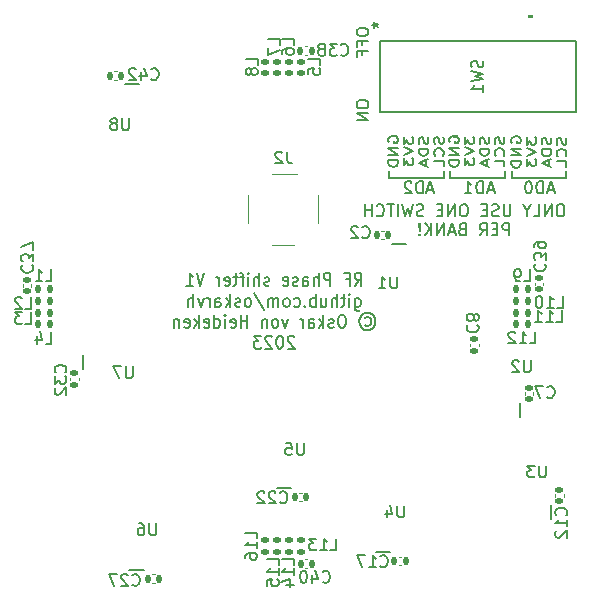
<source format=gbo>
G04 #@! TF.GenerationSoftware,KiCad,Pcbnew,(6.0.2)*
G04 #@! TF.CreationDate,2023-11-23T16:59:36-08:00*
G04 #@! TF.ProjectId,phase_shifter_v1,70686173-655f-4736-9869-667465725f76,rev?*
G04 #@! TF.SameCoordinates,Original*
G04 #@! TF.FileFunction,Legend,Bot*
G04 #@! TF.FilePolarity,Positive*
%FSLAX46Y46*%
G04 Gerber Fmt 4.6, Leading zero omitted, Abs format (unit mm)*
G04 Created by KiCad (PCBNEW (6.0.2)) date 2023-11-23 16:59:36*
%MOMM*%
%LPD*%
G01*
G04 APERTURE LIST*
G04 Aperture macros list*
%AMRoundRect*
0 Rectangle with rounded corners*
0 $1 Rounding radius*
0 $2 $3 $4 $5 $6 $7 $8 $9 X,Y pos of 4 corners*
0 Add a 4 corners polygon primitive as box body*
4,1,4,$2,$3,$4,$5,$6,$7,$8,$9,$2,$3,0*
0 Add four circle primitives for the rounded corners*
1,1,$1+$1,$2,$3*
1,1,$1+$1,$4,$5*
1,1,$1+$1,$6,$7*
1,1,$1+$1,$8,$9*
0 Add four rect primitives between the rounded corners*
20,1,$1+$1,$2,$3,$4,$5,0*
20,1,$1+$1,$4,$5,$6,$7,0*
20,1,$1+$1,$6,$7,$8,$9,0*
20,1,$1+$1,$8,$9,$2,$3,0*%
G04 Aperture macros list end*
%ADD10C,0.160000*%
%ADD11C,0.150000*%
%ADD12C,0.200000*%
%ADD13C,0.120000*%
%ADD14C,0.152400*%
%ADD15C,0.100000*%
%ADD16R,1.700000X1.700000*%
%ADD17O,1.700000X1.700000*%
%ADD18RoundRect,0.147500X-0.147500X-0.172500X0.147500X-0.172500X0.147500X0.172500X-0.147500X0.172500X0*%
%ADD19R,1.200000X0.400000*%
%ADD20RoundRect,0.147500X0.172500X-0.147500X0.172500X0.147500X-0.172500X0.147500X-0.172500X-0.147500X0*%
%ADD21RoundRect,0.140000X-0.170000X0.140000X-0.170000X-0.140000X0.170000X-0.140000X0.170000X0.140000X0*%
%ADD22RoundRect,0.147500X-0.172500X0.147500X-0.172500X-0.147500X0.172500X-0.147500X0.172500X0.147500X0*%
%ADD23RoundRect,0.140000X-0.140000X-0.170000X0.140000X-0.170000X0.140000X0.170000X-0.140000X0.170000X0*%
%ADD24RoundRect,0.140000X0.140000X0.170000X-0.140000X0.170000X-0.140000X-0.170000X0.140000X-0.170000X0*%
%ADD25RoundRect,0.140000X0.170000X-0.140000X0.170000X0.140000X-0.170000X0.140000X-0.170000X-0.140000X0*%
%ADD26RoundRect,0.147500X0.147500X0.172500X-0.147500X0.172500X-0.147500X-0.172500X0.147500X-0.172500X0*%
%ADD27R,0.400000X1.200000*%
%ADD28R,0.508000X1.219200*%
%ADD29C,1.800000*%
%ADD30C,2.550000*%
G04 APERTURE END LIST*
D10*
X174350000Y-65550000D02*
X174350000Y-66100000D01*
X179000000Y-66100000D02*
X179000000Y-65550000D01*
X163950000Y-65550000D02*
X163950000Y-66100000D01*
X174350000Y-66100000D02*
X179000000Y-66100000D01*
X173800000Y-66100000D02*
X173800000Y-65550000D01*
X163950000Y-66100000D02*
X168600000Y-66100000D01*
X168600000Y-66100000D02*
X168600000Y-65550000D01*
X169150000Y-66100000D02*
X173800000Y-66100000D01*
X169150000Y-65550000D02*
X169150000Y-66100000D01*
D11*
X163968000Y-63088095D02*
X163929904Y-62992857D01*
X163929904Y-62850000D01*
X163968000Y-62707142D01*
X164044190Y-62611904D01*
X164120380Y-62564285D01*
X164272761Y-62516666D01*
X164387047Y-62516666D01*
X164539428Y-62564285D01*
X164615619Y-62611904D01*
X164691809Y-62707142D01*
X164729904Y-62850000D01*
X164729904Y-62945238D01*
X164691809Y-63088095D01*
X164653714Y-63135714D01*
X164387047Y-63135714D01*
X164387047Y-62945238D01*
X164729904Y-63564285D02*
X163929904Y-63564285D01*
X164729904Y-64135714D01*
X163929904Y-64135714D01*
X164729904Y-64611904D02*
X163929904Y-64611904D01*
X163929904Y-64850000D01*
X163968000Y-64992857D01*
X164044190Y-65088095D01*
X164120380Y-65135714D01*
X164272761Y-65183333D01*
X164387047Y-65183333D01*
X164539428Y-65135714D01*
X164615619Y-65088095D01*
X164691809Y-64992857D01*
X164729904Y-64850000D01*
X164729904Y-64611904D01*
X165217904Y-62611904D02*
X165217904Y-63230952D01*
X165522666Y-62897619D01*
X165522666Y-63040476D01*
X165560761Y-63135714D01*
X165598857Y-63183333D01*
X165675047Y-63230952D01*
X165865523Y-63230952D01*
X165941714Y-63183333D01*
X165979809Y-63135714D01*
X166017904Y-63040476D01*
X166017904Y-62754761D01*
X165979809Y-62659523D01*
X165941714Y-62611904D01*
X165217904Y-63516666D02*
X166017904Y-63850000D01*
X165217904Y-64183333D01*
X165217904Y-64421428D02*
X165217904Y-65040476D01*
X165522666Y-64707142D01*
X165522666Y-64850000D01*
X165560761Y-64945238D01*
X165598857Y-64992857D01*
X165675047Y-65040476D01*
X165865523Y-65040476D01*
X165941714Y-64992857D01*
X165979809Y-64945238D01*
X166017904Y-64850000D01*
X166017904Y-64564285D01*
X165979809Y-64469047D01*
X165941714Y-64421428D01*
X167267809Y-62635714D02*
X167305904Y-62778571D01*
X167305904Y-63016666D01*
X167267809Y-63111904D01*
X167229714Y-63159523D01*
X167153523Y-63207142D01*
X167077333Y-63207142D01*
X167001142Y-63159523D01*
X166963047Y-63111904D01*
X166924952Y-63016666D01*
X166886857Y-62826190D01*
X166848761Y-62730952D01*
X166810666Y-62683333D01*
X166734476Y-62635714D01*
X166658285Y-62635714D01*
X166582095Y-62683333D01*
X166544000Y-62730952D01*
X166505904Y-62826190D01*
X166505904Y-63064285D01*
X166544000Y-63207142D01*
X167305904Y-63635714D02*
X166505904Y-63635714D01*
X166505904Y-63873809D01*
X166544000Y-64016666D01*
X166620190Y-64111904D01*
X166696380Y-64159523D01*
X166848761Y-64207142D01*
X166963047Y-64207142D01*
X167115428Y-64159523D01*
X167191619Y-64111904D01*
X167267809Y-64016666D01*
X167305904Y-63873809D01*
X167305904Y-63635714D01*
X167077333Y-64588095D02*
X167077333Y-65064285D01*
X167305904Y-64492857D02*
X166505904Y-64826190D01*
X167305904Y-65159523D01*
X168555809Y-62659523D02*
X168593904Y-62802380D01*
X168593904Y-63040476D01*
X168555809Y-63135714D01*
X168517714Y-63183333D01*
X168441523Y-63230952D01*
X168365333Y-63230952D01*
X168289142Y-63183333D01*
X168251047Y-63135714D01*
X168212952Y-63040476D01*
X168174857Y-62850000D01*
X168136761Y-62754761D01*
X168098666Y-62707142D01*
X168022476Y-62659523D01*
X167946285Y-62659523D01*
X167870095Y-62707142D01*
X167832000Y-62754761D01*
X167793904Y-62850000D01*
X167793904Y-63088095D01*
X167832000Y-63230952D01*
X168517714Y-64230952D02*
X168555809Y-64183333D01*
X168593904Y-64040476D01*
X168593904Y-63945238D01*
X168555809Y-63802380D01*
X168479619Y-63707142D01*
X168403428Y-63659523D01*
X168251047Y-63611904D01*
X168136761Y-63611904D01*
X167984380Y-63659523D01*
X167908190Y-63707142D01*
X167832000Y-63802380D01*
X167793904Y-63945238D01*
X167793904Y-64040476D01*
X167832000Y-64183333D01*
X167870095Y-64230952D01*
X168593904Y-65135714D02*
X168593904Y-64659523D01*
X167793904Y-64659523D01*
D10*
X172814285Y-67116666D02*
X172338095Y-67116666D01*
X172909523Y-67402380D02*
X172576190Y-66402380D01*
X172242857Y-67402380D01*
X171909523Y-67402380D02*
X171909523Y-66402380D01*
X171671428Y-66402380D01*
X171528571Y-66450000D01*
X171433333Y-66545238D01*
X171385714Y-66640476D01*
X171338095Y-66830952D01*
X171338095Y-66973809D01*
X171385714Y-67164285D01*
X171433333Y-67259523D01*
X171528571Y-67354761D01*
X171671428Y-67402380D01*
X171909523Y-67402380D01*
X170385714Y-67402380D02*
X170957142Y-67402380D01*
X170671428Y-67402380D02*
X170671428Y-66402380D01*
X170766666Y-66545238D01*
X170861904Y-66640476D01*
X170957142Y-66688095D01*
D12*
X161059523Y-75241119D02*
X161392857Y-74717309D01*
X161630952Y-75241119D02*
X161630952Y-74141119D01*
X161250000Y-74141119D01*
X161154761Y-74193500D01*
X161107142Y-74245880D01*
X161059523Y-74350642D01*
X161059523Y-74507785D01*
X161107142Y-74612547D01*
X161154761Y-74664928D01*
X161250000Y-74717309D01*
X161630952Y-74717309D01*
X160297619Y-74664928D02*
X160630952Y-74664928D01*
X160630952Y-75241119D02*
X160630952Y-74141119D01*
X160154761Y-74141119D01*
X159011904Y-75241119D02*
X159011904Y-74141119D01*
X158630952Y-74141119D01*
X158535714Y-74193500D01*
X158488095Y-74245880D01*
X158440476Y-74350642D01*
X158440476Y-74507785D01*
X158488095Y-74612547D01*
X158535714Y-74664928D01*
X158630952Y-74717309D01*
X159011904Y-74717309D01*
X158011904Y-75241119D02*
X158011904Y-74141119D01*
X157583333Y-75241119D02*
X157583333Y-74664928D01*
X157630952Y-74560166D01*
X157726190Y-74507785D01*
X157869047Y-74507785D01*
X157964285Y-74560166D01*
X158011904Y-74612547D01*
X156678571Y-75241119D02*
X156678571Y-74664928D01*
X156726190Y-74560166D01*
X156821428Y-74507785D01*
X157011904Y-74507785D01*
X157107142Y-74560166D01*
X156678571Y-75188738D02*
X156773809Y-75241119D01*
X157011904Y-75241119D01*
X157107142Y-75188738D01*
X157154761Y-75083976D01*
X157154761Y-74979214D01*
X157107142Y-74874452D01*
X157011904Y-74822071D01*
X156773809Y-74822071D01*
X156678571Y-74769690D01*
X156250000Y-75188738D02*
X156154761Y-75241119D01*
X155964285Y-75241119D01*
X155869047Y-75188738D01*
X155821428Y-75083976D01*
X155821428Y-75031595D01*
X155869047Y-74926833D01*
X155964285Y-74874452D01*
X156107142Y-74874452D01*
X156202380Y-74822071D01*
X156250000Y-74717309D01*
X156250000Y-74664928D01*
X156202380Y-74560166D01*
X156107142Y-74507785D01*
X155964285Y-74507785D01*
X155869047Y-74560166D01*
X155011904Y-75188738D02*
X155107142Y-75241119D01*
X155297619Y-75241119D01*
X155392857Y-75188738D01*
X155440476Y-75083976D01*
X155440476Y-74664928D01*
X155392857Y-74560166D01*
X155297619Y-74507785D01*
X155107142Y-74507785D01*
X155011904Y-74560166D01*
X154964285Y-74664928D01*
X154964285Y-74769690D01*
X155440476Y-74874452D01*
X153821428Y-75188738D02*
X153726190Y-75241119D01*
X153535714Y-75241119D01*
X153440476Y-75188738D01*
X153392857Y-75083976D01*
X153392857Y-75031595D01*
X153440476Y-74926833D01*
X153535714Y-74874452D01*
X153678571Y-74874452D01*
X153773809Y-74822071D01*
X153821428Y-74717309D01*
X153821428Y-74664928D01*
X153773809Y-74560166D01*
X153678571Y-74507785D01*
X153535714Y-74507785D01*
X153440476Y-74560166D01*
X152964285Y-75241119D02*
X152964285Y-74141119D01*
X152535714Y-75241119D02*
X152535714Y-74664928D01*
X152583333Y-74560166D01*
X152678571Y-74507785D01*
X152821428Y-74507785D01*
X152916666Y-74560166D01*
X152964285Y-74612547D01*
X152059523Y-75241119D02*
X152059523Y-74507785D01*
X152059523Y-74141119D02*
X152107142Y-74193500D01*
X152059523Y-74245880D01*
X152011904Y-74193500D01*
X152059523Y-74141119D01*
X152059523Y-74245880D01*
X151726190Y-74507785D02*
X151345238Y-74507785D01*
X151583333Y-75241119D02*
X151583333Y-74298261D01*
X151535714Y-74193500D01*
X151440476Y-74141119D01*
X151345238Y-74141119D01*
X151154761Y-74507785D02*
X150773809Y-74507785D01*
X151011904Y-74141119D02*
X151011904Y-75083976D01*
X150964285Y-75188738D01*
X150869047Y-75241119D01*
X150773809Y-75241119D01*
X150059523Y-75188738D02*
X150154761Y-75241119D01*
X150345238Y-75241119D01*
X150440476Y-75188738D01*
X150488095Y-75083976D01*
X150488095Y-74664928D01*
X150440476Y-74560166D01*
X150345238Y-74507785D01*
X150154761Y-74507785D01*
X150059523Y-74560166D01*
X150011904Y-74664928D01*
X150011904Y-74769690D01*
X150488095Y-74874452D01*
X149583333Y-75241119D02*
X149583333Y-74507785D01*
X149583333Y-74717309D02*
X149535714Y-74612547D01*
X149488095Y-74560166D01*
X149392857Y-74507785D01*
X149297619Y-74507785D01*
X148345238Y-74141119D02*
X148011904Y-75241119D01*
X147678571Y-74141119D01*
X146821428Y-75241119D02*
X147392857Y-75241119D01*
X147107142Y-75241119D02*
X147107142Y-74141119D01*
X147202380Y-74298261D01*
X147297619Y-74403023D01*
X147392857Y-74455404D01*
X161083333Y-76278785D02*
X161083333Y-77169261D01*
X161130952Y-77274023D01*
X161178571Y-77326404D01*
X161273809Y-77378785D01*
X161416666Y-77378785D01*
X161511904Y-77326404D01*
X161083333Y-76959738D02*
X161178571Y-77012119D01*
X161369047Y-77012119D01*
X161464285Y-76959738D01*
X161511904Y-76907357D01*
X161559523Y-76802595D01*
X161559523Y-76488309D01*
X161511904Y-76383547D01*
X161464285Y-76331166D01*
X161369047Y-76278785D01*
X161178571Y-76278785D01*
X161083333Y-76331166D01*
X160607142Y-77012119D02*
X160607142Y-76278785D01*
X160607142Y-75912119D02*
X160654761Y-75964500D01*
X160607142Y-76016880D01*
X160559523Y-75964500D01*
X160607142Y-75912119D01*
X160607142Y-76016880D01*
X160273809Y-76278785D02*
X159892857Y-76278785D01*
X160130952Y-75912119D02*
X160130952Y-76854976D01*
X160083333Y-76959738D01*
X159988095Y-77012119D01*
X159892857Y-77012119D01*
X159559523Y-77012119D02*
X159559523Y-75912119D01*
X159130952Y-77012119D02*
X159130952Y-76435928D01*
X159178571Y-76331166D01*
X159273809Y-76278785D01*
X159416666Y-76278785D01*
X159511904Y-76331166D01*
X159559523Y-76383547D01*
X158226190Y-76278785D02*
X158226190Y-77012119D01*
X158654761Y-76278785D02*
X158654761Y-76854976D01*
X158607142Y-76959738D01*
X158511904Y-77012119D01*
X158369047Y-77012119D01*
X158273809Y-76959738D01*
X158226190Y-76907357D01*
X157750000Y-77012119D02*
X157750000Y-75912119D01*
X157750000Y-76331166D02*
X157654761Y-76278785D01*
X157464285Y-76278785D01*
X157369047Y-76331166D01*
X157321428Y-76383547D01*
X157273809Y-76488309D01*
X157273809Y-76802595D01*
X157321428Y-76907357D01*
X157369047Y-76959738D01*
X157464285Y-77012119D01*
X157654761Y-77012119D01*
X157750000Y-76959738D01*
X156845238Y-76907357D02*
X156797619Y-76959738D01*
X156845238Y-77012119D01*
X156892857Y-76959738D01*
X156845238Y-76907357D01*
X156845238Y-77012119D01*
X155940476Y-76959738D02*
X156035714Y-77012119D01*
X156226190Y-77012119D01*
X156321428Y-76959738D01*
X156369047Y-76907357D01*
X156416666Y-76802595D01*
X156416666Y-76488309D01*
X156369047Y-76383547D01*
X156321428Y-76331166D01*
X156226190Y-76278785D01*
X156035714Y-76278785D01*
X155940476Y-76331166D01*
X155369047Y-77012119D02*
X155464285Y-76959738D01*
X155511904Y-76907357D01*
X155559523Y-76802595D01*
X155559523Y-76488309D01*
X155511904Y-76383547D01*
X155464285Y-76331166D01*
X155369047Y-76278785D01*
X155226190Y-76278785D01*
X155130952Y-76331166D01*
X155083333Y-76383547D01*
X155035714Y-76488309D01*
X155035714Y-76802595D01*
X155083333Y-76907357D01*
X155130952Y-76959738D01*
X155226190Y-77012119D01*
X155369047Y-77012119D01*
X154607142Y-77012119D02*
X154607142Y-76278785D01*
X154607142Y-76383547D02*
X154559523Y-76331166D01*
X154464285Y-76278785D01*
X154321428Y-76278785D01*
X154226190Y-76331166D01*
X154178571Y-76435928D01*
X154178571Y-77012119D01*
X154178571Y-76435928D02*
X154130952Y-76331166D01*
X154035714Y-76278785D01*
X153892857Y-76278785D01*
X153797619Y-76331166D01*
X153750000Y-76435928D01*
X153750000Y-77012119D01*
X152559523Y-75859738D02*
X153416666Y-77274023D01*
X152083333Y-77012119D02*
X152178571Y-76959738D01*
X152226190Y-76907357D01*
X152273809Y-76802595D01*
X152273809Y-76488309D01*
X152226190Y-76383547D01*
X152178571Y-76331166D01*
X152083333Y-76278785D01*
X151940476Y-76278785D01*
X151845238Y-76331166D01*
X151797619Y-76383547D01*
X151750000Y-76488309D01*
X151750000Y-76802595D01*
X151797619Y-76907357D01*
X151845238Y-76959738D01*
X151940476Y-77012119D01*
X152083333Y-77012119D01*
X151369047Y-76959738D02*
X151273809Y-77012119D01*
X151083333Y-77012119D01*
X150988095Y-76959738D01*
X150940476Y-76854976D01*
X150940476Y-76802595D01*
X150988095Y-76697833D01*
X151083333Y-76645452D01*
X151226190Y-76645452D01*
X151321428Y-76593071D01*
X151369047Y-76488309D01*
X151369047Y-76435928D01*
X151321428Y-76331166D01*
X151226190Y-76278785D01*
X151083333Y-76278785D01*
X150988095Y-76331166D01*
X150511904Y-77012119D02*
X150511904Y-75912119D01*
X150416666Y-76593071D02*
X150130952Y-77012119D01*
X150130952Y-76278785D02*
X150511904Y-76697833D01*
X149273809Y-77012119D02*
X149273809Y-76435928D01*
X149321428Y-76331166D01*
X149416666Y-76278785D01*
X149607142Y-76278785D01*
X149702380Y-76331166D01*
X149273809Y-76959738D02*
X149369047Y-77012119D01*
X149607142Y-77012119D01*
X149702380Y-76959738D01*
X149750000Y-76854976D01*
X149750000Y-76750214D01*
X149702380Y-76645452D01*
X149607142Y-76593071D01*
X149369047Y-76593071D01*
X149273809Y-76540690D01*
X148797619Y-77012119D02*
X148797619Y-76278785D01*
X148797619Y-76488309D02*
X148750000Y-76383547D01*
X148702380Y-76331166D01*
X148607142Y-76278785D01*
X148511904Y-76278785D01*
X148273809Y-76278785D02*
X148035714Y-77012119D01*
X147797619Y-76278785D01*
X147416666Y-77012119D02*
X147416666Y-75912119D01*
X146988095Y-77012119D02*
X146988095Y-76435928D01*
X147035714Y-76331166D01*
X147130952Y-76278785D01*
X147273809Y-76278785D01*
X147369047Y-76331166D01*
X147416666Y-76383547D01*
X161940476Y-77945023D02*
X162035714Y-77892642D01*
X162226190Y-77892642D01*
X162321428Y-77945023D01*
X162416666Y-78049785D01*
X162464285Y-78154547D01*
X162464285Y-78364071D01*
X162416666Y-78468833D01*
X162321428Y-78573595D01*
X162226190Y-78625976D01*
X162035714Y-78625976D01*
X161940476Y-78573595D01*
X162130952Y-77525976D02*
X162369047Y-77578357D01*
X162607142Y-77735500D01*
X162750000Y-77997404D01*
X162797619Y-78259309D01*
X162750000Y-78521214D01*
X162607142Y-78783119D01*
X162369047Y-78940261D01*
X162130952Y-78992642D01*
X161892857Y-78940261D01*
X161654761Y-78783119D01*
X161511904Y-78521214D01*
X161464285Y-78259309D01*
X161511904Y-77997404D01*
X161654761Y-77735500D01*
X161892857Y-77578357D01*
X162130952Y-77525976D01*
X160083333Y-77683119D02*
X159892857Y-77683119D01*
X159797619Y-77735500D01*
X159702380Y-77840261D01*
X159654761Y-78049785D01*
X159654761Y-78416452D01*
X159702380Y-78625976D01*
X159797619Y-78730738D01*
X159892857Y-78783119D01*
X160083333Y-78783119D01*
X160178571Y-78730738D01*
X160273809Y-78625976D01*
X160321428Y-78416452D01*
X160321428Y-78049785D01*
X160273809Y-77840261D01*
X160178571Y-77735500D01*
X160083333Y-77683119D01*
X159273809Y-78730738D02*
X159178571Y-78783119D01*
X158988095Y-78783119D01*
X158892857Y-78730738D01*
X158845238Y-78625976D01*
X158845238Y-78573595D01*
X158892857Y-78468833D01*
X158988095Y-78416452D01*
X159130952Y-78416452D01*
X159226190Y-78364071D01*
X159273809Y-78259309D01*
X159273809Y-78206928D01*
X159226190Y-78102166D01*
X159130952Y-78049785D01*
X158988095Y-78049785D01*
X158892857Y-78102166D01*
X158416666Y-78783119D02*
X158416666Y-77683119D01*
X158321428Y-78364071D02*
X158035714Y-78783119D01*
X158035714Y-78049785D02*
X158416666Y-78468833D01*
X157178571Y-78783119D02*
X157178571Y-78206928D01*
X157226190Y-78102166D01*
X157321428Y-78049785D01*
X157511904Y-78049785D01*
X157607142Y-78102166D01*
X157178571Y-78730738D02*
X157273809Y-78783119D01*
X157511904Y-78783119D01*
X157607142Y-78730738D01*
X157654761Y-78625976D01*
X157654761Y-78521214D01*
X157607142Y-78416452D01*
X157511904Y-78364071D01*
X157273809Y-78364071D01*
X157178571Y-78311690D01*
X156702380Y-78783119D02*
X156702380Y-78049785D01*
X156702380Y-78259309D02*
X156654761Y-78154547D01*
X156607142Y-78102166D01*
X156511904Y-78049785D01*
X156416666Y-78049785D01*
X155416666Y-78049785D02*
X155178571Y-78783119D01*
X154940476Y-78049785D01*
X154416666Y-78783119D02*
X154511904Y-78730738D01*
X154559523Y-78678357D01*
X154607142Y-78573595D01*
X154607142Y-78259309D01*
X154559523Y-78154547D01*
X154511904Y-78102166D01*
X154416666Y-78049785D01*
X154273809Y-78049785D01*
X154178571Y-78102166D01*
X154130952Y-78154547D01*
X154083333Y-78259309D01*
X154083333Y-78573595D01*
X154130952Y-78678357D01*
X154178571Y-78730738D01*
X154273809Y-78783119D01*
X154416666Y-78783119D01*
X153654761Y-78049785D02*
X153654761Y-78783119D01*
X153654761Y-78154547D02*
X153607142Y-78102166D01*
X153511904Y-78049785D01*
X153369047Y-78049785D01*
X153273809Y-78102166D01*
X153226190Y-78206928D01*
X153226190Y-78783119D01*
X151988095Y-78783119D02*
X151988095Y-77683119D01*
X151988095Y-78206928D02*
X151416666Y-78206928D01*
X151416666Y-78783119D02*
X151416666Y-77683119D01*
X150559523Y-78730738D02*
X150654761Y-78783119D01*
X150845238Y-78783119D01*
X150940476Y-78730738D01*
X150988095Y-78625976D01*
X150988095Y-78206928D01*
X150940476Y-78102166D01*
X150845238Y-78049785D01*
X150654761Y-78049785D01*
X150559523Y-78102166D01*
X150511904Y-78206928D01*
X150511904Y-78311690D01*
X150988095Y-78416452D01*
X150083333Y-78783119D02*
X150083333Y-78049785D01*
X150083333Y-77683119D02*
X150130952Y-77735500D01*
X150083333Y-77787880D01*
X150035714Y-77735500D01*
X150083333Y-77683119D01*
X150083333Y-77787880D01*
X149178571Y-78783119D02*
X149178571Y-77683119D01*
X149178571Y-78730738D02*
X149273809Y-78783119D01*
X149464285Y-78783119D01*
X149559523Y-78730738D01*
X149607142Y-78678357D01*
X149654761Y-78573595D01*
X149654761Y-78259309D01*
X149607142Y-78154547D01*
X149559523Y-78102166D01*
X149464285Y-78049785D01*
X149273809Y-78049785D01*
X149178571Y-78102166D01*
X148321428Y-78730738D02*
X148416666Y-78783119D01*
X148607142Y-78783119D01*
X148702380Y-78730738D01*
X148750000Y-78625976D01*
X148750000Y-78206928D01*
X148702380Y-78102166D01*
X148607142Y-78049785D01*
X148416666Y-78049785D01*
X148321428Y-78102166D01*
X148273809Y-78206928D01*
X148273809Y-78311690D01*
X148750000Y-78416452D01*
X147845238Y-78783119D02*
X147845238Y-77683119D01*
X147750000Y-78364071D02*
X147464285Y-78783119D01*
X147464285Y-78049785D02*
X147845238Y-78468833D01*
X146654761Y-78730738D02*
X146750000Y-78783119D01*
X146940476Y-78783119D01*
X147035714Y-78730738D01*
X147083333Y-78625976D01*
X147083333Y-78206928D01*
X147035714Y-78102166D01*
X146940476Y-78049785D01*
X146750000Y-78049785D01*
X146654761Y-78102166D01*
X146607142Y-78206928D01*
X146607142Y-78311690D01*
X147083333Y-78416452D01*
X146178571Y-78049785D02*
X146178571Y-78783119D01*
X146178571Y-78154547D02*
X146130952Y-78102166D01*
X146035714Y-78049785D01*
X145892857Y-78049785D01*
X145797619Y-78102166D01*
X145750000Y-78206928D01*
X145750000Y-78783119D01*
X155964285Y-79558880D02*
X155916666Y-79506500D01*
X155821428Y-79454119D01*
X155583333Y-79454119D01*
X155488095Y-79506500D01*
X155440476Y-79558880D01*
X155392857Y-79663642D01*
X155392857Y-79768404D01*
X155440476Y-79925547D01*
X156011904Y-80554119D01*
X155392857Y-80554119D01*
X154773809Y-79454119D02*
X154678571Y-79454119D01*
X154583333Y-79506500D01*
X154535714Y-79558880D01*
X154488095Y-79663642D01*
X154440476Y-79873166D01*
X154440476Y-80135071D01*
X154488095Y-80344595D01*
X154535714Y-80449357D01*
X154583333Y-80501738D01*
X154678571Y-80554119D01*
X154773809Y-80554119D01*
X154869047Y-80501738D01*
X154916666Y-80449357D01*
X154964285Y-80344595D01*
X155011904Y-80135071D01*
X155011904Y-79873166D01*
X154964285Y-79663642D01*
X154916666Y-79558880D01*
X154869047Y-79506500D01*
X154773809Y-79454119D01*
X154059523Y-79558880D02*
X154011904Y-79506500D01*
X153916666Y-79454119D01*
X153678571Y-79454119D01*
X153583333Y-79506500D01*
X153535714Y-79558880D01*
X153488095Y-79663642D01*
X153488095Y-79768404D01*
X153535714Y-79925547D01*
X154107142Y-80554119D01*
X153488095Y-80554119D01*
X153154761Y-79454119D02*
X152535714Y-79454119D01*
X152869047Y-79873166D01*
X152726190Y-79873166D01*
X152630952Y-79925547D01*
X152583333Y-79977928D01*
X152535714Y-80082690D01*
X152535714Y-80344595D01*
X152583333Y-80449357D01*
X152630952Y-80501738D01*
X152726190Y-80554119D01*
X153011904Y-80554119D01*
X153107142Y-80501738D01*
X153154761Y-80449357D01*
D10*
X177914285Y-67116666D02*
X177438095Y-67116666D01*
X178009523Y-67402380D02*
X177676190Y-66402380D01*
X177342857Y-67402380D01*
X177009523Y-67402380D02*
X177009523Y-66402380D01*
X176771428Y-66402380D01*
X176628571Y-66450000D01*
X176533333Y-66545238D01*
X176485714Y-66640476D01*
X176438095Y-66830952D01*
X176438095Y-66973809D01*
X176485714Y-67164285D01*
X176533333Y-67259523D01*
X176628571Y-67354761D01*
X176771428Y-67402380D01*
X177009523Y-67402380D01*
X175819047Y-66402380D02*
X175723809Y-66402380D01*
X175628571Y-66450000D01*
X175580952Y-66497619D01*
X175533333Y-66592857D01*
X175485714Y-66783333D01*
X175485714Y-67021428D01*
X175533333Y-67211904D01*
X175580952Y-67307142D01*
X175628571Y-67354761D01*
X175723809Y-67402380D01*
X175819047Y-67402380D01*
X175914285Y-67354761D01*
X175961904Y-67307142D01*
X176009523Y-67211904D01*
X176057142Y-67021428D01*
X176057142Y-66783333D01*
X176009523Y-66592857D01*
X175961904Y-66497619D01*
X175914285Y-66450000D01*
X175819047Y-66402380D01*
D11*
X174368000Y-63138095D02*
X174329904Y-63042857D01*
X174329904Y-62900000D01*
X174368000Y-62757142D01*
X174444190Y-62661904D01*
X174520380Y-62614285D01*
X174672761Y-62566666D01*
X174787047Y-62566666D01*
X174939428Y-62614285D01*
X175015619Y-62661904D01*
X175091809Y-62757142D01*
X175129904Y-62900000D01*
X175129904Y-62995238D01*
X175091809Y-63138095D01*
X175053714Y-63185714D01*
X174787047Y-63185714D01*
X174787047Y-62995238D01*
X175129904Y-63614285D02*
X174329904Y-63614285D01*
X175129904Y-64185714D01*
X174329904Y-64185714D01*
X175129904Y-64661904D02*
X174329904Y-64661904D01*
X174329904Y-64900000D01*
X174368000Y-65042857D01*
X174444190Y-65138095D01*
X174520380Y-65185714D01*
X174672761Y-65233333D01*
X174787047Y-65233333D01*
X174939428Y-65185714D01*
X175015619Y-65138095D01*
X175091809Y-65042857D01*
X175129904Y-64900000D01*
X175129904Y-64661904D01*
X175617904Y-62661904D02*
X175617904Y-63280952D01*
X175922666Y-62947619D01*
X175922666Y-63090476D01*
X175960761Y-63185714D01*
X175998857Y-63233333D01*
X176075047Y-63280952D01*
X176265523Y-63280952D01*
X176341714Y-63233333D01*
X176379809Y-63185714D01*
X176417904Y-63090476D01*
X176417904Y-62804761D01*
X176379809Y-62709523D01*
X176341714Y-62661904D01*
X175617904Y-63566666D02*
X176417904Y-63900000D01*
X175617904Y-64233333D01*
X175617904Y-64471428D02*
X175617904Y-65090476D01*
X175922666Y-64757142D01*
X175922666Y-64900000D01*
X175960761Y-64995238D01*
X175998857Y-65042857D01*
X176075047Y-65090476D01*
X176265523Y-65090476D01*
X176341714Y-65042857D01*
X176379809Y-64995238D01*
X176417904Y-64900000D01*
X176417904Y-64614285D01*
X176379809Y-64519047D01*
X176341714Y-64471428D01*
X177667809Y-62685714D02*
X177705904Y-62828571D01*
X177705904Y-63066666D01*
X177667809Y-63161904D01*
X177629714Y-63209523D01*
X177553523Y-63257142D01*
X177477333Y-63257142D01*
X177401142Y-63209523D01*
X177363047Y-63161904D01*
X177324952Y-63066666D01*
X177286857Y-62876190D01*
X177248761Y-62780952D01*
X177210666Y-62733333D01*
X177134476Y-62685714D01*
X177058285Y-62685714D01*
X176982095Y-62733333D01*
X176944000Y-62780952D01*
X176905904Y-62876190D01*
X176905904Y-63114285D01*
X176944000Y-63257142D01*
X177705904Y-63685714D02*
X176905904Y-63685714D01*
X176905904Y-63923809D01*
X176944000Y-64066666D01*
X177020190Y-64161904D01*
X177096380Y-64209523D01*
X177248761Y-64257142D01*
X177363047Y-64257142D01*
X177515428Y-64209523D01*
X177591619Y-64161904D01*
X177667809Y-64066666D01*
X177705904Y-63923809D01*
X177705904Y-63685714D01*
X177477333Y-64638095D02*
X177477333Y-65114285D01*
X177705904Y-64542857D02*
X176905904Y-64876190D01*
X177705904Y-65209523D01*
X178955809Y-62709523D02*
X178993904Y-62852380D01*
X178993904Y-63090476D01*
X178955809Y-63185714D01*
X178917714Y-63233333D01*
X178841523Y-63280952D01*
X178765333Y-63280952D01*
X178689142Y-63233333D01*
X178651047Y-63185714D01*
X178612952Y-63090476D01*
X178574857Y-62900000D01*
X178536761Y-62804761D01*
X178498666Y-62757142D01*
X178422476Y-62709523D01*
X178346285Y-62709523D01*
X178270095Y-62757142D01*
X178232000Y-62804761D01*
X178193904Y-62900000D01*
X178193904Y-63138095D01*
X178232000Y-63280952D01*
X178917714Y-64280952D02*
X178955809Y-64233333D01*
X178993904Y-64090476D01*
X178993904Y-63995238D01*
X178955809Y-63852380D01*
X178879619Y-63757142D01*
X178803428Y-63709523D01*
X178651047Y-63661904D01*
X178536761Y-63661904D01*
X178384380Y-63709523D01*
X178308190Y-63757142D01*
X178232000Y-63852380D01*
X178193904Y-63995238D01*
X178193904Y-64090476D01*
X178232000Y-64233333D01*
X178270095Y-64280952D01*
X178993904Y-65185714D02*
X178993904Y-64709523D01*
X178193904Y-64709523D01*
X169118000Y-63088095D02*
X169079904Y-62992857D01*
X169079904Y-62850000D01*
X169118000Y-62707142D01*
X169194190Y-62611904D01*
X169270380Y-62564285D01*
X169422761Y-62516666D01*
X169537047Y-62516666D01*
X169689428Y-62564285D01*
X169765619Y-62611904D01*
X169841809Y-62707142D01*
X169879904Y-62850000D01*
X169879904Y-62945238D01*
X169841809Y-63088095D01*
X169803714Y-63135714D01*
X169537047Y-63135714D01*
X169537047Y-62945238D01*
X169879904Y-63564285D02*
X169079904Y-63564285D01*
X169879904Y-64135714D01*
X169079904Y-64135714D01*
X169879904Y-64611904D02*
X169079904Y-64611904D01*
X169079904Y-64850000D01*
X169118000Y-64992857D01*
X169194190Y-65088095D01*
X169270380Y-65135714D01*
X169422761Y-65183333D01*
X169537047Y-65183333D01*
X169689428Y-65135714D01*
X169765619Y-65088095D01*
X169841809Y-64992857D01*
X169879904Y-64850000D01*
X169879904Y-64611904D01*
X170367904Y-62611904D02*
X170367904Y-63230952D01*
X170672666Y-62897619D01*
X170672666Y-63040476D01*
X170710761Y-63135714D01*
X170748857Y-63183333D01*
X170825047Y-63230952D01*
X171015523Y-63230952D01*
X171091714Y-63183333D01*
X171129809Y-63135714D01*
X171167904Y-63040476D01*
X171167904Y-62754761D01*
X171129809Y-62659523D01*
X171091714Y-62611904D01*
X170367904Y-63516666D02*
X171167904Y-63850000D01*
X170367904Y-64183333D01*
X170367904Y-64421428D02*
X170367904Y-65040476D01*
X170672666Y-64707142D01*
X170672666Y-64850000D01*
X170710761Y-64945238D01*
X170748857Y-64992857D01*
X170825047Y-65040476D01*
X171015523Y-65040476D01*
X171091714Y-64992857D01*
X171129809Y-64945238D01*
X171167904Y-64850000D01*
X171167904Y-64564285D01*
X171129809Y-64469047D01*
X171091714Y-64421428D01*
X172417809Y-62635714D02*
X172455904Y-62778571D01*
X172455904Y-63016666D01*
X172417809Y-63111904D01*
X172379714Y-63159523D01*
X172303523Y-63207142D01*
X172227333Y-63207142D01*
X172151142Y-63159523D01*
X172113047Y-63111904D01*
X172074952Y-63016666D01*
X172036857Y-62826190D01*
X171998761Y-62730952D01*
X171960666Y-62683333D01*
X171884476Y-62635714D01*
X171808285Y-62635714D01*
X171732095Y-62683333D01*
X171694000Y-62730952D01*
X171655904Y-62826190D01*
X171655904Y-63064285D01*
X171694000Y-63207142D01*
X172455904Y-63635714D02*
X171655904Y-63635714D01*
X171655904Y-63873809D01*
X171694000Y-64016666D01*
X171770190Y-64111904D01*
X171846380Y-64159523D01*
X171998761Y-64207142D01*
X172113047Y-64207142D01*
X172265428Y-64159523D01*
X172341619Y-64111904D01*
X172417809Y-64016666D01*
X172455904Y-63873809D01*
X172455904Y-63635714D01*
X172227333Y-64588095D02*
X172227333Y-65064285D01*
X172455904Y-64492857D02*
X171655904Y-64826190D01*
X172455904Y-65159523D01*
X173705809Y-62659523D02*
X173743904Y-62802380D01*
X173743904Y-63040476D01*
X173705809Y-63135714D01*
X173667714Y-63183333D01*
X173591523Y-63230952D01*
X173515333Y-63230952D01*
X173439142Y-63183333D01*
X173401047Y-63135714D01*
X173362952Y-63040476D01*
X173324857Y-62850000D01*
X173286761Y-62754761D01*
X173248666Y-62707142D01*
X173172476Y-62659523D01*
X173096285Y-62659523D01*
X173020095Y-62707142D01*
X172982000Y-62754761D01*
X172943904Y-62850000D01*
X172943904Y-63088095D01*
X172982000Y-63230952D01*
X173667714Y-64230952D02*
X173705809Y-64183333D01*
X173743904Y-64040476D01*
X173743904Y-63945238D01*
X173705809Y-63802380D01*
X173629619Y-63707142D01*
X173553428Y-63659523D01*
X173401047Y-63611904D01*
X173286761Y-63611904D01*
X173134380Y-63659523D01*
X173058190Y-63707142D01*
X172982000Y-63802380D01*
X172943904Y-63945238D01*
X172943904Y-64040476D01*
X172982000Y-64183333D01*
X173020095Y-64230952D01*
X173743904Y-65135714D02*
X173743904Y-64659523D01*
X172943904Y-64659523D01*
D10*
X178588095Y-68347380D02*
X178397619Y-68347380D01*
X178302380Y-68395000D01*
X178207142Y-68490238D01*
X178159523Y-68680714D01*
X178159523Y-69014047D01*
X178207142Y-69204523D01*
X178302380Y-69299761D01*
X178397619Y-69347380D01*
X178588095Y-69347380D01*
X178683333Y-69299761D01*
X178778571Y-69204523D01*
X178826190Y-69014047D01*
X178826190Y-68680714D01*
X178778571Y-68490238D01*
X178683333Y-68395000D01*
X178588095Y-68347380D01*
X177730952Y-69347380D02*
X177730952Y-68347380D01*
X177159523Y-69347380D01*
X177159523Y-68347380D01*
X176207142Y-69347380D02*
X176683333Y-69347380D01*
X176683333Y-68347380D01*
X175683333Y-68871190D02*
X175683333Y-69347380D01*
X176016666Y-68347380D02*
X175683333Y-68871190D01*
X175350000Y-68347380D01*
X174254761Y-68347380D02*
X174254761Y-69156904D01*
X174207142Y-69252142D01*
X174159523Y-69299761D01*
X174064285Y-69347380D01*
X173873809Y-69347380D01*
X173778571Y-69299761D01*
X173730952Y-69252142D01*
X173683333Y-69156904D01*
X173683333Y-68347380D01*
X173254761Y-69299761D02*
X173111904Y-69347380D01*
X172873809Y-69347380D01*
X172778571Y-69299761D01*
X172730952Y-69252142D01*
X172683333Y-69156904D01*
X172683333Y-69061666D01*
X172730952Y-68966428D01*
X172778571Y-68918809D01*
X172873809Y-68871190D01*
X173064285Y-68823571D01*
X173159523Y-68775952D01*
X173207142Y-68728333D01*
X173254761Y-68633095D01*
X173254761Y-68537857D01*
X173207142Y-68442619D01*
X173159523Y-68395000D01*
X173064285Y-68347380D01*
X172826190Y-68347380D01*
X172683333Y-68395000D01*
X172254761Y-68823571D02*
X171921428Y-68823571D01*
X171778571Y-69347380D02*
X172254761Y-69347380D01*
X172254761Y-68347380D01*
X171778571Y-68347380D01*
X170397619Y-68347380D02*
X170207142Y-68347380D01*
X170111904Y-68395000D01*
X170016666Y-68490238D01*
X169969047Y-68680714D01*
X169969047Y-69014047D01*
X170016666Y-69204523D01*
X170111904Y-69299761D01*
X170207142Y-69347380D01*
X170397619Y-69347380D01*
X170492857Y-69299761D01*
X170588095Y-69204523D01*
X170635714Y-69014047D01*
X170635714Y-68680714D01*
X170588095Y-68490238D01*
X170492857Y-68395000D01*
X170397619Y-68347380D01*
X169540476Y-69347380D02*
X169540476Y-68347380D01*
X168969047Y-69347380D01*
X168969047Y-68347380D01*
X168492857Y-68823571D02*
X168159523Y-68823571D01*
X168016666Y-69347380D02*
X168492857Y-69347380D01*
X168492857Y-68347380D01*
X168016666Y-68347380D01*
X166873809Y-69299761D02*
X166730952Y-69347380D01*
X166492857Y-69347380D01*
X166397619Y-69299761D01*
X166350000Y-69252142D01*
X166302380Y-69156904D01*
X166302380Y-69061666D01*
X166350000Y-68966428D01*
X166397619Y-68918809D01*
X166492857Y-68871190D01*
X166683333Y-68823571D01*
X166778571Y-68775952D01*
X166826190Y-68728333D01*
X166873809Y-68633095D01*
X166873809Y-68537857D01*
X166826190Y-68442619D01*
X166778571Y-68395000D01*
X166683333Y-68347380D01*
X166445238Y-68347380D01*
X166302380Y-68395000D01*
X165969047Y-68347380D02*
X165730952Y-69347380D01*
X165540476Y-68633095D01*
X165350000Y-69347380D01*
X165111904Y-68347380D01*
X164730952Y-69347380D02*
X164730952Y-68347380D01*
X164397619Y-68347380D02*
X163826190Y-68347380D01*
X164111904Y-69347380D02*
X164111904Y-68347380D01*
X162921428Y-69252142D02*
X162969047Y-69299761D01*
X163111904Y-69347380D01*
X163207142Y-69347380D01*
X163350000Y-69299761D01*
X163445238Y-69204523D01*
X163492857Y-69109285D01*
X163540476Y-68918809D01*
X163540476Y-68775952D01*
X163492857Y-68585476D01*
X163445238Y-68490238D01*
X163350000Y-68395000D01*
X163207142Y-68347380D01*
X163111904Y-68347380D01*
X162969047Y-68395000D01*
X162921428Y-68442619D01*
X162492857Y-69347380D02*
X162492857Y-68347380D01*
X162492857Y-68823571D02*
X161921428Y-68823571D01*
X161921428Y-69347380D02*
X161921428Y-68347380D01*
X174135714Y-70957380D02*
X174135714Y-69957380D01*
X173754761Y-69957380D01*
X173659523Y-70005000D01*
X173611904Y-70052619D01*
X173564285Y-70147857D01*
X173564285Y-70290714D01*
X173611904Y-70385952D01*
X173659523Y-70433571D01*
X173754761Y-70481190D01*
X174135714Y-70481190D01*
X173135714Y-70433571D02*
X172802380Y-70433571D01*
X172659523Y-70957380D02*
X173135714Y-70957380D01*
X173135714Y-69957380D01*
X172659523Y-69957380D01*
X171659523Y-70957380D02*
X171992857Y-70481190D01*
X172230952Y-70957380D02*
X172230952Y-69957380D01*
X171850000Y-69957380D01*
X171754761Y-70005000D01*
X171707142Y-70052619D01*
X171659523Y-70147857D01*
X171659523Y-70290714D01*
X171707142Y-70385952D01*
X171754761Y-70433571D01*
X171850000Y-70481190D01*
X172230952Y-70481190D01*
X170135714Y-70433571D02*
X169992857Y-70481190D01*
X169945238Y-70528809D01*
X169897619Y-70624047D01*
X169897619Y-70766904D01*
X169945238Y-70862142D01*
X169992857Y-70909761D01*
X170088095Y-70957380D01*
X170469047Y-70957380D01*
X170469047Y-69957380D01*
X170135714Y-69957380D01*
X170040476Y-70005000D01*
X169992857Y-70052619D01*
X169945238Y-70147857D01*
X169945238Y-70243095D01*
X169992857Y-70338333D01*
X170040476Y-70385952D01*
X170135714Y-70433571D01*
X170469047Y-70433571D01*
X169516666Y-70671666D02*
X169040476Y-70671666D01*
X169611904Y-70957380D02*
X169278571Y-69957380D01*
X168945238Y-70957380D01*
X168611904Y-70957380D02*
X168611904Y-69957380D01*
X168040476Y-70957380D01*
X168040476Y-69957380D01*
X167564285Y-70957380D02*
X167564285Y-69957380D01*
X166992857Y-70957380D02*
X167421428Y-70385952D01*
X166992857Y-69957380D02*
X167564285Y-70528809D01*
X166564285Y-70862142D02*
X166516666Y-70909761D01*
X166564285Y-70957380D01*
X166611904Y-70909761D01*
X166564285Y-70862142D01*
X166564285Y-70957380D01*
X166564285Y-70576428D02*
X166611904Y-70005000D01*
X166564285Y-69957380D01*
X166516666Y-70005000D01*
X166564285Y-70576428D01*
X166564285Y-69957380D01*
X167714285Y-67116666D02*
X167238095Y-67116666D01*
X167809523Y-67402380D02*
X167476190Y-66402380D01*
X167142857Y-67402380D01*
X166809523Y-67402380D02*
X166809523Y-66402380D01*
X166571428Y-66402380D01*
X166428571Y-66450000D01*
X166333333Y-66545238D01*
X166285714Y-66640476D01*
X166238095Y-66830952D01*
X166238095Y-66973809D01*
X166285714Y-67164285D01*
X166333333Y-67259523D01*
X166428571Y-67354761D01*
X166571428Y-67402380D01*
X166809523Y-67402380D01*
X165857142Y-66497619D02*
X165809523Y-66450000D01*
X165714285Y-66402380D01*
X165476190Y-66402380D01*
X165380952Y-66450000D01*
X165333333Y-66497619D01*
X165285714Y-66592857D01*
X165285714Y-66688095D01*
X165333333Y-66830952D01*
X165904761Y-67402380D01*
X165285714Y-67402380D01*
X175892857Y-80122380D02*
X176369047Y-80122380D01*
X176369047Y-79122380D01*
X175035714Y-80122380D02*
X175607142Y-80122380D01*
X175321428Y-80122380D02*
X175321428Y-79122380D01*
X175416666Y-79265238D01*
X175511904Y-79360476D01*
X175607142Y-79408095D01*
X174654761Y-79217619D02*
X174607142Y-79170000D01*
X174511904Y-79122380D01*
X174273809Y-79122380D01*
X174178571Y-79170000D01*
X174130952Y-79217619D01*
X174083333Y-79312857D01*
X174083333Y-79408095D01*
X174130952Y-79550952D01*
X174702380Y-80122380D01*
X174083333Y-80122380D01*
X178142857Y-78302380D02*
X178619047Y-78302380D01*
X178619047Y-77302380D01*
X177285714Y-78302380D02*
X177857142Y-78302380D01*
X177571428Y-78302380D02*
X177571428Y-77302380D01*
X177666666Y-77445238D01*
X177761904Y-77540476D01*
X177857142Y-77588095D01*
X176333333Y-78302380D02*
X176904761Y-78302380D01*
X176619047Y-78302380D02*
X176619047Y-77302380D01*
X176714285Y-77445238D01*
X176809523Y-77540476D01*
X176904761Y-77588095D01*
X156761904Y-88552380D02*
X156761904Y-89361904D01*
X156714285Y-89457142D01*
X156666666Y-89504761D01*
X156571428Y-89552380D01*
X156380952Y-89552380D01*
X156285714Y-89504761D01*
X156238095Y-89457142D01*
X156190476Y-89361904D01*
X156190476Y-88552380D01*
X155238095Y-88552380D02*
X155714285Y-88552380D01*
X155761904Y-89028571D01*
X155714285Y-88980952D01*
X155619047Y-88933333D01*
X155380952Y-88933333D01*
X155285714Y-88980952D01*
X155238095Y-89028571D01*
X155190476Y-89123809D01*
X155190476Y-89361904D01*
X155238095Y-89457142D01*
X155285714Y-89504761D01*
X155380952Y-89552380D01*
X155619047Y-89552380D01*
X155714285Y-89504761D01*
X155761904Y-89457142D01*
X152852380Y-56533333D02*
X152852380Y-56057142D01*
X151852380Y-56057142D01*
X152280952Y-57009523D02*
X152233333Y-56914285D01*
X152185714Y-56866666D01*
X152090476Y-56819047D01*
X152042857Y-56819047D01*
X151947619Y-56866666D01*
X151900000Y-56914285D01*
X151852380Y-57009523D01*
X151852380Y-57200000D01*
X151900000Y-57295238D01*
X151947619Y-57342857D01*
X152042857Y-57390476D01*
X152090476Y-57390476D01*
X152185714Y-57342857D01*
X152233333Y-57295238D01*
X152280952Y-57200000D01*
X152280952Y-57009523D01*
X152328571Y-56914285D01*
X152376190Y-56866666D01*
X152471428Y-56819047D01*
X152661904Y-56819047D01*
X152757142Y-56866666D01*
X152804761Y-56914285D01*
X152852380Y-57009523D01*
X152852380Y-57200000D01*
X152804761Y-57295238D01*
X152757142Y-57342857D01*
X152661904Y-57390476D01*
X152471428Y-57390476D01*
X152376190Y-57342857D01*
X152328571Y-57295238D01*
X152280952Y-57200000D01*
X178957142Y-94657142D02*
X179004761Y-94609523D01*
X179052380Y-94466666D01*
X179052380Y-94371428D01*
X179004761Y-94228571D01*
X178909523Y-94133333D01*
X178814285Y-94085714D01*
X178623809Y-94038095D01*
X178480952Y-94038095D01*
X178290476Y-94085714D01*
X178195238Y-94133333D01*
X178100000Y-94228571D01*
X178052380Y-94371428D01*
X178052380Y-94466666D01*
X178100000Y-94609523D01*
X178147619Y-94657142D01*
X179052380Y-95609523D02*
X179052380Y-95038095D01*
X179052380Y-95323809D02*
X178052380Y-95323809D01*
X178195238Y-95228571D01*
X178290476Y-95133333D01*
X178338095Y-95038095D01*
X178147619Y-95990476D02*
X178100000Y-96038095D01*
X178052380Y-96133333D01*
X178052380Y-96371428D01*
X178100000Y-96466666D01*
X178147619Y-96514285D01*
X178242857Y-96561904D01*
X178338095Y-96561904D01*
X178480952Y-96514285D01*
X179052380Y-95942857D01*
X179052380Y-96561904D01*
X158152380Y-56533333D02*
X158152380Y-56057142D01*
X157152380Y-56057142D01*
X157152380Y-57342857D02*
X157152380Y-56866666D01*
X157628571Y-56819047D01*
X157580952Y-56866666D01*
X157533333Y-56961904D01*
X157533333Y-57200000D01*
X157580952Y-57295238D01*
X157628571Y-57342857D01*
X157723809Y-57390476D01*
X157961904Y-57390476D01*
X158057142Y-57342857D01*
X158104761Y-57295238D01*
X158152380Y-57200000D01*
X158152380Y-56961904D01*
X158104761Y-56866666D01*
X158057142Y-56819047D01*
X159012857Y-97642380D02*
X159489047Y-97642380D01*
X159489047Y-96642380D01*
X158155714Y-97642380D02*
X158727142Y-97642380D01*
X158441428Y-97642380D02*
X158441428Y-96642380D01*
X158536666Y-96785238D01*
X158631904Y-96880476D01*
X158727142Y-96928095D01*
X157822380Y-96642380D02*
X157203333Y-96642380D01*
X157536666Y-97023333D01*
X157393809Y-97023333D01*
X157298571Y-97070952D01*
X157250952Y-97118571D01*
X157203333Y-97213809D01*
X157203333Y-97451904D01*
X157250952Y-97547142D01*
X157298571Y-97594761D01*
X157393809Y-97642380D01*
X157679523Y-97642380D01*
X157774761Y-97594761D01*
X157822380Y-97547142D01*
X158342857Y-100277142D02*
X158390476Y-100324761D01*
X158533333Y-100372380D01*
X158628571Y-100372380D01*
X158771428Y-100324761D01*
X158866666Y-100229523D01*
X158914285Y-100134285D01*
X158961904Y-99943809D01*
X158961904Y-99800952D01*
X158914285Y-99610476D01*
X158866666Y-99515238D01*
X158771428Y-99420000D01*
X158628571Y-99372380D01*
X158533333Y-99372380D01*
X158390476Y-99420000D01*
X158342857Y-99467619D01*
X157485714Y-99705714D02*
X157485714Y-100372380D01*
X157723809Y-99324761D02*
X157961904Y-100039047D01*
X157342857Y-100039047D01*
X156771428Y-99372380D02*
X156676190Y-99372380D01*
X156580952Y-99420000D01*
X156533333Y-99467619D01*
X156485714Y-99562857D01*
X156438095Y-99753333D01*
X156438095Y-99991428D01*
X156485714Y-100181904D01*
X156533333Y-100277142D01*
X156580952Y-100324761D01*
X156676190Y-100372380D01*
X156771428Y-100372380D01*
X156866666Y-100324761D01*
X156914285Y-100277142D01*
X156961904Y-100181904D01*
X157009523Y-99991428D01*
X157009523Y-99753333D01*
X156961904Y-99562857D01*
X156914285Y-99467619D01*
X156866666Y-99420000D01*
X156771428Y-99372380D01*
X142242857Y-100557142D02*
X142290476Y-100604761D01*
X142433333Y-100652380D01*
X142528571Y-100652380D01*
X142671428Y-100604761D01*
X142766666Y-100509523D01*
X142814285Y-100414285D01*
X142861904Y-100223809D01*
X142861904Y-100080952D01*
X142814285Y-99890476D01*
X142766666Y-99795238D01*
X142671428Y-99700000D01*
X142528571Y-99652380D01*
X142433333Y-99652380D01*
X142290476Y-99700000D01*
X142242857Y-99747619D01*
X141861904Y-99747619D02*
X141814285Y-99700000D01*
X141719047Y-99652380D01*
X141480952Y-99652380D01*
X141385714Y-99700000D01*
X141338095Y-99747619D01*
X141290476Y-99842857D01*
X141290476Y-99938095D01*
X141338095Y-100080952D01*
X141909523Y-100652380D01*
X141290476Y-100652380D01*
X140957142Y-99652380D02*
X140290476Y-99652380D01*
X140719047Y-100652380D01*
X155902380Y-98857142D02*
X155902380Y-98380952D01*
X154902380Y-98380952D01*
X155902380Y-99714285D02*
X155902380Y-99142857D01*
X155902380Y-99428571D02*
X154902380Y-99428571D01*
X155045238Y-99333333D01*
X155140476Y-99238095D01*
X155188095Y-99142857D01*
X155235714Y-100571428D02*
X155902380Y-100571428D01*
X154854761Y-100333333D02*
X155569047Y-100095238D01*
X155569047Y-100714285D01*
X159892857Y-55657142D02*
X159940476Y-55704761D01*
X160083333Y-55752380D01*
X160178571Y-55752380D01*
X160321428Y-55704761D01*
X160416666Y-55609523D01*
X160464285Y-55514285D01*
X160511904Y-55323809D01*
X160511904Y-55180952D01*
X160464285Y-54990476D01*
X160416666Y-54895238D01*
X160321428Y-54800000D01*
X160178571Y-54752380D01*
X160083333Y-54752380D01*
X159940476Y-54800000D01*
X159892857Y-54847619D01*
X159559523Y-54752380D02*
X158940476Y-54752380D01*
X159273809Y-55133333D01*
X159130952Y-55133333D01*
X159035714Y-55180952D01*
X158988095Y-55228571D01*
X158940476Y-55323809D01*
X158940476Y-55561904D01*
X158988095Y-55657142D01*
X159035714Y-55704761D01*
X159130952Y-55752380D01*
X159416666Y-55752380D01*
X159511904Y-55704761D01*
X159559523Y-55657142D01*
X158369047Y-55180952D02*
X158464285Y-55133333D01*
X158511904Y-55085714D01*
X158559523Y-54990476D01*
X158559523Y-54942857D01*
X158511904Y-54847619D01*
X158464285Y-54800000D01*
X158369047Y-54752380D01*
X158178571Y-54752380D01*
X158083333Y-54800000D01*
X158035714Y-54847619D01*
X157988095Y-54942857D01*
X157988095Y-54990476D01*
X158035714Y-55085714D01*
X158083333Y-55133333D01*
X158178571Y-55180952D01*
X158369047Y-55180952D01*
X158464285Y-55228571D01*
X158511904Y-55276190D01*
X158559523Y-55371428D01*
X158559523Y-55561904D01*
X158511904Y-55657142D01*
X158464285Y-55704761D01*
X158369047Y-55752380D01*
X158178571Y-55752380D01*
X158083333Y-55704761D01*
X158035714Y-55657142D01*
X157988095Y-55561904D01*
X157988095Y-55371428D01*
X158035714Y-55276190D01*
X158083333Y-55228571D01*
X158178571Y-55180952D01*
X144261904Y-95352380D02*
X144261904Y-96161904D01*
X144214285Y-96257142D01*
X144166666Y-96304761D01*
X144071428Y-96352380D01*
X143880952Y-96352380D01*
X143785714Y-96304761D01*
X143738095Y-96257142D01*
X143690476Y-96161904D01*
X143690476Y-95352380D01*
X142785714Y-95352380D02*
X142976190Y-95352380D01*
X143071428Y-95400000D01*
X143119047Y-95447619D01*
X143214285Y-95590476D01*
X143261904Y-95780952D01*
X143261904Y-96161904D01*
X143214285Y-96257142D01*
X143166666Y-96304761D01*
X143071428Y-96352380D01*
X142880952Y-96352380D01*
X142785714Y-96304761D01*
X142738095Y-96257142D01*
X142690476Y-96161904D01*
X142690476Y-95923809D01*
X142738095Y-95828571D01*
X142785714Y-95780952D01*
X142880952Y-95733333D01*
X143071428Y-95733333D01*
X143166666Y-95780952D01*
X143214285Y-95828571D01*
X143261904Y-95923809D01*
X132942857Y-73492857D02*
X132895238Y-73540476D01*
X132847619Y-73683333D01*
X132847619Y-73778571D01*
X132895238Y-73921428D01*
X132990476Y-74016666D01*
X133085714Y-74064285D01*
X133276190Y-74111904D01*
X133419047Y-74111904D01*
X133609523Y-74064285D01*
X133704761Y-74016666D01*
X133800000Y-73921428D01*
X133847619Y-73778571D01*
X133847619Y-73683333D01*
X133800000Y-73540476D01*
X133752380Y-73492857D01*
X133847619Y-73159523D02*
X133847619Y-72540476D01*
X133466666Y-72873809D01*
X133466666Y-72730952D01*
X133419047Y-72635714D01*
X133371428Y-72588095D01*
X133276190Y-72540476D01*
X133038095Y-72540476D01*
X132942857Y-72588095D01*
X132895238Y-72635714D01*
X132847619Y-72730952D01*
X132847619Y-73016666D01*
X132895238Y-73111904D01*
X132942857Y-73159523D01*
X133847619Y-72207142D02*
X133847619Y-71540476D01*
X132847619Y-71969047D01*
X141961904Y-61052380D02*
X141961904Y-61861904D01*
X141914285Y-61957142D01*
X141866666Y-62004761D01*
X141771428Y-62052380D01*
X141580952Y-62052380D01*
X141485714Y-62004761D01*
X141438095Y-61957142D01*
X141390476Y-61861904D01*
X141390476Y-61052380D01*
X140771428Y-61480952D02*
X140866666Y-61433333D01*
X140914285Y-61385714D01*
X140961904Y-61290476D01*
X140961904Y-61242857D01*
X140914285Y-61147619D01*
X140866666Y-61100000D01*
X140771428Y-61052380D01*
X140580952Y-61052380D01*
X140485714Y-61100000D01*
X140438095Y-61147619D01*
X140390476Y-61242857D01*
X140390476Y-61290476D01*
X140438095Y-61385714D01*
X140485714Y-61433333D01*
X140580952Y-61480952D01*
X140771428Y-61480952D01*
X140866666Y-61528571D01*
X140914285Y-61576190D01*
X140961904Y-61671428D01*
X140961904Y-61861904D01*
X140914285Y-61957142D01*
X140866666Y-62004761D01*
X140771428Y-62052380D01*
X140580952Y-62052380D01*
X140485714Y-62004761D01*
X140438095Y-61957142D01*
X140390476Y-61861904D01*
X140390476Y-61671428D01*
X140438095Y-61576190D01*
X140485714Y-61528571D01*
X140580952Y-61480952D01*
X152782380Y-96607142D02*
X152782380Y-96130952D01*
X151782380Y-96130952D01*
X152782380Y-97464285D02*
X152782380Y-96892857D01*
X152782380Y-97178571D02*
X151782380Y-97178571D01*
X151925238Y-97083333D01*
X152020476Y-96988095D01*
X152068095Y-96892857D01*
X151782380Y-98321428D02*
X151782380Y-98130952D01*
X151830000Y-98035714D01*
X151877619Y-97988095D01*
X152020476Y-97892857D01*
X152210952Y-97845238D01*
X152591904Y-97845238D01*
X152687142Y-97892857D01*
X152734761Y-97940476D01*
X152782380Y-98035714D01*
X152782380Y-98226190D01*
X152734761Y-98321428D01*
X152687142Y-98369047D01*
X152591904Y-98416666D01*
X152353809Y-98416666D01*
X152258571Y-98369047D01*
X152210952Y-98321428D01*
X152163333Y-98226190D01*
X152163333Y-98035714D01*
X152210952Y-97940476D01*
X152258571Y-97892857D01*
X152353809Y-97845238D01*
X177366666Y-84657142D02*
X177414285Y-84704761D01*
X177557142Y-84752380D01*
X177652380Y-84752380D01*
X177795238Y-84704761D01*
X177890476Y-84609523D01*
X177938095Y-84514285D01*
X177985714Y-84323809D01*
X177985714Y-84180952D01*
X177938095Y-83990476D01*
X177890476Y-83895238D01*
X177795238Y-83800000D01*
X177652380Y-83752380D01*
X177557142Y-83752380D01*
X177414285Y-83800000D01*
X177366666Y-83847619D01*
X177033333Y-83752380D02*
X176366666Y-83752380D01*
X176795238Y-84752380D01*
X155902380Y-54833333D02*
X155902380Y-54357142D01*
X154902380Y-54357142D01*
X154902380Y-55595238D02*
X154902380Y-55404761D01*
X154950000Y-55309523D01*
X154997619Y-55261904D01*
X155140476Y-55166666D01*
X155330952Y-55119047D01*
X155711904Y-55119047D01*
X155807142Y-55166666D01*
X155854761Y-55214285D01*
X155902380Y-55309523D01*
X155902380Y-55500000D01*
X155854761Y-55595238D01*
X155807142Y-55642857D01*
X155711904Y-55690476D01*
X155473809Y-55690476D01*
X155378571Y-55642857D01*
X155330952Y-55595238D01*
X155283333Y-55500000D01*
X155283333Y-55309523D01*
X155330952Y-55214285D01*
X155378571Y-55166666D01*
X155473809Y-55119047D01*
X170652857Y-78566666D02*
X170605238Y-78614285D01*
X170557619Y-78757142D01*
X170557619Y-78852380D01*
X170605238Y-78995238D01*
X170700476Y-79090476D01*
X170795714Y-79138095D01*
X170986190Y-79185714D01*
X171129047Y-79185714D01*
X171319523Y-79138095D01*
X171414761Y-79090476D01*
X171510000Y-78995238D01*
X171557619Y-78852380D01*
X171557619Y-78757142D01*
X171510000Y-78614285D01*
X171462380Y-78566666D01*
X171129047Y-77995238D02*
X171176666Y-78090476D01*
X171224285Y-78138095D01*
X171319523Y-78185714D01*
X171367142Y-78185714D01*
X171462380Y-78138095D01*
X171510000Y-78090476D01*
X171557619Y-77995238D01*
X171557619Y-77804761D01*
X171510000Y-77709523D01*
X171462380Y-77661904D01*
X171367142Y-77614285D01*
X171319523Y-77614285D01*
X171224285Y-77661904D01*
X171176666Y-77709523D01*
X171129047Y-77804761D01*
X171129047Y-77995238D01*
X171081428Y-78090476D01*
X171033809Y-78138095D01*
X170938571Y-78185714D01*
X170748095Y-78185714D01*
X170652857Y-78138095D01*
X170605238Y-78090476D01*
X170557619Y-77995238D01*
X170557619Y-77804761D01*
X170605238Y-77709523D01*
X170652857Y-77661904D01*
X170748095Y-77614285D01*
X170938571Y-77614285D01*
X171033809Y-77661904D01*
X171081428Y-77709523D01*
X171129047Y-77804761D01*
X134916666Y-80152380D02*
X135392857Y-80152380D01*
X135392857Y-79152380D01*
X134154761Y-79485714D02*
X134154761Y-80152380D01*
X134392857Y-79104761D02*
X134630952Y-79819047D01*
X134011904Y-79819047D01*
X142261904Y-82052380D02*
X142261904Y-82861904D01*
X142214285Y-82957142D01*
X142166666Y-83004761D01*
X142071428Y-83052380D01*
X141880952Y-83052380D01*
X141785714Y-83004761D01*
X141738095Y-82957142D01*
X141690476Y-82861904D01*
X141690476Y-82052380D01*
X141309523Y-82052380D02*
X140642857Y-82052380D01*
X141071428Y-83052380D01*
X175416666Y-74852380D02*
X175892857Y-74852380D01*
X175892857Y-73852380D01*
X175035714Y-74852380D02*
X174845238Y-74852380D01*
X174750000Y-74804761D01*
X174702380Y-74757142D01*
X174607142Y-74614285D01*
X174559523Y-74423809D01*
X174559523Y-74042857D01*
X174607142Y-73947619D01*
X174654761Y-73900000D01*
X174750000Y-73852380D01*
X174940476Y-73852380D01*
X175035714Y-73900000D01*
X175083333Y-73947619D01*
X175130952Y-74042857D01*
X175130952Y-74280952D01*
X175083333Y-74376190D01*
X175035714Y-74423809D01*
X174940476Y-74471428D01*
X174750000Y-74471428D01*
X174654761Y-74423809D01*
X174607142Y-74376190D01*
X174559523Y-74280952D01*
X176342857Y-73392857D02*
X176295238Y-73440476D01*
X176247619Y-73583333D01*
X176247619Y-73678571D01*
X176295238Y-73821428D01*
X176390476Y-73916666D01*
X176485714Y-73964285D01*
X176676190Y-74011904D01*
X176819047Y-74011904D01*
X177009523Y-73964285D01*
X177104761Y-73916666D01*
X177200000Y-73821428D01*
X177247619Y-73678571D01*
X177247619Y-73583333D01*
X177200000Y-73440476D01*
X177152380Y-73392857D01*
X177247619Y-73059523D02*
X177247619Y-72440476D01*
X176866666Y-72773809D01*
X176866666Y-72630952D01*
X176819047Y-72535714D01*
X176771428Y-72488095D01*
X176676190Y-72440476D01*
X176438095Y-72440476D01*
X176342857Y-72488095D01*
X176295238Y-72535714D01*
X176247619Y-72630952D01*
X176247619Y-72916666D01*
X176295238Y-73011904D01*
X176342857Y-73059523D01*
X176247619Y-71964285D02*
X176247619Y-71773809D01*
X176295238Y-71678571D01*
X176342857Y-71630952D01*
X176485714Y-71535714D01*
X176676190Y-71488095D01*
X177057142Y-71488095D01*
X177152380Y-71535714D01*
X177200000Y-71583333D01*
X177247619Y-71678571D01*
X177247619Y-71869047D01*
X177200000Y-71964285D01*
X177152380Y-72011904D01*
X177057142Y-72059523D01*
X176819047Y-72059523D01*
X176723809Y-72011904D01*
X176676190Y-71964285D01*
X176628571Y-71869047D01*
X176628571Y-71678571D01*
X176676190Y-71583333D01*
X176723809Y-71535714D01*
X176819047Y-71488095D01*
X134916666Y-74852380D02*
X135392857Y-74852380D01*
X135392857Y-73852380D01*
X134059523Y-74852380D02*
X134630952Y-74852380D01*
X134345238Y-74852380D02*
X134345238Y-73852380D01*
X134440476Y-73995238D01*
X134535714Y-74090476D01*
X134630952Y-74138095D01*
X136557142Y-82557142D02*
X136604761Y-82509523D01*
X136652380Y-82366666D01*
X136652380Y-82271428D01*
X136604761Y-82128571D01*
X136509523Y-82033333D01*
X136414285Y-81985714D01*
X136223809Y-81938095D01*
X136080952Y-81938095D01*
X135890476Y-81985714D01*
X135795238Y-82033333D01*
X135700000Y-82128571D01*
X135652380Y-82271428D01*
X135652380Y-82366666D01*
X135700000Y-82509523D01*
X135747619Y-82557142D01*
X135652380Y-82890476D02*
X135652380Y-83509523D01*
X136033333Y-83176190D01*
X136033333Y-83319047D01*
X136080952Y-83414285D01*
X136128571Y-83461904D01*
X136223809Y-83509523D01*
X136461904Y-83509523D01*
X136557142Y-83461904D01*
X136604761Y-83414285D01*
X136652380Y-83319047D01*
X136652380Y-83033333D01*
X136604761Y-82938095D01*
X136557142Y-82890476D01*
X135747619Y-83890476D02*
X135700000Y-83938095D01*
X135652380Y-84033333D01*
X135652380Y-84271428D01*
X135700000Y-84366666D01*
X135747619Y-84414285D01*
X135842857Y-84461904D01*
X135938095Y-84461904D01*
X136080952Y-84414285D01*
X136652380Y-83842857D01*
X136652380Y-84461904D01*
X143842857Y-57732386D02*
X143890476Y-57780005D01*
X144033333Y-57827624D01*
X144128571Y-57827624D01*
X144271428Y-57780005D01*
X144366666Y-57684767D01*
X144414285Y-57589529D01*
X144461904Y-57399053D01*
X144461904Y-57256196D01*
X144414285Y-57065720D01*
X144366666Y-56970482D01*
X144271428Y-56875244D01*
X144128571Y-56827624D01*
X144033333Y-56827624D01*
X143890476Y-56875244D01*
X143842857Y-56922863D01*
X142985714Y-57160958D02*
X142985714Y-57827624D01*
X143223809Y-56780005D02*
X143461904Y-57494291D01*
X142842857Y-57494291D01*
X142509523Y-56922863D02*
X142461904Y-56875244D01*
X142366666Y-56827624D01*
X142128571Y-56827624D01*
X142033333Y-56875244D01*
X141985714Y-56922863D01*
X141938095Y-57018101D01*
X141938095Y-57113339D01*
X141985714Y-57256196D01*
X142557142Y-57827624D01*
X141938095Y-57827624D01*
X163242857Y-98957142D02*
X163290476Y-99004761D01*
X163433333Y-99052380D01*
X163528571Y-99052380D01*
X163671428Y-99004761D01*
X163766666Y-98909523D01*
X163814285Y-98814285D01*
X163861904Y-98623809D01*
X163861904Y-98480952D01*
X163814285Y-98290476D01*
X163766666Y-98195238D01*
X163671428Y-98100000D01*
X163528571Y-98052380D01*
X163433333Y-98052380D01*
X163290476Y-98100000D01*
X163242857Y-98147619D01*
X162290476Y-99052380D02*
X162861904Y-99052380D01*
X162576190Y-99052380D02*
X162576190Y-98052380D01*
X162671428Y-98195238D01*
X162766666Y-98290476D01*
X162861904Y-98338095D01*
X161957142Y-98052380D02*
X161290476Y-98052380D01*
X161719047Y-99052380D01*
X175961904Y-81552380D02*
X175961904Y-82361904D01*
X175914285Y-82457142D01*
X175866666Y-82504761D01*
X175771428Y-82552380D01*
X175580952Y-82552380D01*
X175485714Y-82504761D01*
X175438095Y-82457142D01*
X175390476Y-82361904D01*
X175390476Y-81552380D01*
X174961904Y-81647619D02*
X174914285Y-81600000D01*
X174819047Y-81552380D01*
X174580952Y-81552380D01*
X174485714Y-81600000D01*
X174438095Y-81647619D01*
X174390476Y-81742857D01*
X174390476Y-81838095D01*
X174438095Y-81980952D01*
X175009523Y-82552380D01*
X174390476Y-82552380D01*
X164661904Y-74452380D02*
X164661904Y-75261904D01*
X164614285Y-75357142D01*
X164566666Y-75404761D01*
X164471428Y-75452380D01*
X164280952Y-75452380D01*
X164185714Y-75404761D01*
X164138095Y-75357142D01*
X164090476Y-75261904D01*
X164090476Y-74452380D01*
X163090476Y-75452380D02*
X163661904Y-75452380D01*
X163376190Y-75452380D02*
X163376190Y-74452380D01*
X163471428Y-74595238D01*
X163566666Y-74690476D01*
X163661904Y-74738095D01*
X161716666Y-71107142D02*
X161764285Y-71154761D01*
X161907142Y-71202380D01*
X162002380Y-71202380D01*
X162145238Y-71154761D01*
X162240476Y-71059523D01*
X162288095Y-70964285D01*
X162335714Y-70773809D01*
X162335714Y-70630952D01*
X162288095Y-70440476D01*
X162240476Y-70345238D01*
X162145238Y-70250000D01*
X162002380Y-70202380D01*
X161907142Y-70202380D01*
X161764285Y-70250000D01*
X161716666Y-70297619D01*
X161335714Y-70297619D02*
X161288095Y-70250000D01*
X161192857Y-70202380D01*
X160954761Y-70202380D01*
X160859523Y-70250000D01*
X160811904Y-70297619D01*
X160764285Y-70392857D01*
X160764285Y-70488095D01*
X160811904Y-70630952D01*
X161383333Y-71202380D01*
X160764285Y-71202380D01*
X133166666Y-78452380D02*
X133642857Y-78452380D01*
X133642857Y-77452380D01*
X132928571Y-77452380D02*
X132309523Y-77452380D01*
X132642857Y-77833333D01*
X132500000Y-77833333D01*
X132404761Y-77880952D01*
X132357142Y-77928571D01*
X132309523Y-78023809D01*
X132309523Y-78261904D01*
X132357142Y-78357142D01*
X132404761Y-78404761D01*
X132500000Y-78452380D01*
X132785714Y-78452380D01*
X132880952Y-78404761D01*
X132928571Y-78357142D01*
X165261904Y-93852380D02*
X165261904Y-94661904D01*
X165214285Y-94757142D01*
X165166666Y-94804761D01*
X165071428Y-94852380D01*
X164880952Y-94852380D01*
X164785714Y-94804761D01*
X164738095Y-94757142D01*
X164690476Y-94661904D01*
X164690476Y-93852380D01*
X163785714Y-94185714D02*
X163785714Y-94852380D01*
X164023809Y-93804761D02*
X164261904Y-94519047D01*
X163642857Y-94519047D01*
X154702380Y-54833333D02*
X154702380Y-54357142D01*
X153702380Y-54357142D01*
X153702380Y-55071428D02*
X153702380Y-55738095D01*
X154702380Y-55309523D01*
X178192857Y-77102380D02*
X178669047Y-77102380D01*
X178669047Y-76102380D01*
X177335714Y-77102380D02*
X177907142Y-77102380D01*
X177621428Y-77102380D02*
X177621428Y-76102380D01*
X177716666Y-76245238D01*
X177811904Y-76340476D01*
X177907142Y-76388095D01*
X176716666Y-76102380D02*
X176621428Y-76102380D01*
X176526190Y-76150000D01*
X176478571Y-76197619D01*
X176430952Y-76292857D01*
X176383333Y-76483333D01*
X176383333Y-76721428D01*
X176430952Y-76911904D01*
X176478571Y-77007142D01*
X176526190Y-77054761D01*
X176621428Y-77102380D01*
X176716666Y-77102380D01*
X176811904Y-77054761D01*
X176859523Y-77007142D01*
X176907142Y-76911904D01*
X176954761Y-76721428D01*
X176954761Y-76483333D01*
X176907142Y-76292857D01*
X176859523Y-76197619D01*
X176811904Y-76150000D01*
X176716666Y-76102380D01*
X171904761Y-56166666D02*
X171952380Y-56309523D01*
X171952380Y-56547619D01*
X171904761Y-56642857D01*
X171857142Y-56690476D01*
X171761904Y-56738095D01*
X171666666Y-56738095D01*
X171571428Y-56690476D01*
X171523809Y-56642857D01*
X171476190Y-56547619D01*
X171428571Y-56357142D01*
X171380952Y-56261904D01*
X171333333Y-56214285D01*
X171238095Y-56166666D01*
X171142857Y-56166666D01*
X171047619Y-56214285D01*
X171000000Y-56261904D01*
X170952380Y-56357142D01*
X170952380Y-56595238D01*
X171000000Y-56738095D01*
X170952380Y-57071428D02*
X171952380Y-57309523D01*
X171238095Y-57500000D01*
X171952380Y-57690476D01*
X170952380Y-57928571D01*
X171952380Y-58833333D02*
X171952380Y-58261904D01*
X171952380Y-58547619D02*
X170952380Y-58547619D01*
X171095238Y-58452380D01*
X171190476Y-58357142D01*
X171238095Y-58261904D01*
D11*
X161224180Y-53652019D02*
X161224180Y-53842495D01*
X161271800Y-53937733D01*
X161367038Y-54032971D01*
X161557514Y-54080590D01*
X161890847Y-54080590D01*
X162081323Y-54032971D01*
X162176561Y-53937733D01*
X162224180Y-53842495D01*
X162224180Y-53652019D01*
X162176561Y-53556780D01*
X162081323Y-53461542D01*
X161890847Y-53413923D01*
X161557514Y-53413923D01*
X161367038Y-53461542D01*
X161271800Y-53556780D01*
X161224180Y-53652019D01*
X161700371Y-54842495D02*
X161700371Y-54509161D01*
X162224180Y-54509161D02*
X161224180Y-54509161D01*
X161224180Y-54985352D01*
X161700371Y-55699638D02*
X161700371Y-55366304D01*
X162224180Y-55366304D02*
X161224180Y-55366304D01*
X161224180Y-55842495D01*
X162570380Y-53182000D02*
X162808476Y-53182000D01*
X162713238Y-52943904D02*
X162808476Y-53182000D01*
X162713238Y-53420095D01*
X162998952Y-53039142D02*
X162808476Y-53182000D01*
X162998952Y-53324857D01*
X161224180Y-59776552D02*
X161224180Y-59967028D01*
X161271800Y-60062266D01*
X161367038Y-60157504D01*
X161557514Y-60205123D01*
X161890847Y-60205123D01*
X162081323Y-60157504D01*
X162176561Y-60062266D01*
X162224180Y-59967028D01*
X162224180Y-59776552D01*
X162176561Y-59681314D01*
X162081323Y-59586076D01*
X161890847Y-59538457D01*
X161557514Y-59538457D01*
X161367038Y-59586076D01*
X161271800Y-59681314D01*
X161224180Y-59776552D01*
X162224180Y-60633695D02*
X161224180Y-60633695D01*
X162224180Y-61205123D01*
X161224180Y-61205123D01*
X162570380Y-53182000D02*
X162808476Y-53182000D01*
X162713238Y-52943904D02*
X162808476Y-53182000D01*
X162713238Y-53420095D01*
X162998952Y-53039142D02*
X162808476Y-53182000D01*
X162998952Y-53324857D01*
D10*
X177261904Y-90452380D02*
X177261904Y-91261904D01*
X177214285Y-91357142D01*
X177166666Y-91404761D01*
X177071428Y-91452380D01*
X176880952Y-91452380D01*
X176785714Y-91404761D01*
X176738095Y-91357142D01*
X176690476Y-91261904D01*
X176690476Y-90452380D01*
X176309523Y-90452380D02*
X175690476Y-90452380D01*
X176023809Y-90833333D01*
X175880952Y-90833333D01*
X175785714Y-90880952D01*
X175738095Y-90928571D01*
X175690476Y-91023809D01*
X175690476Y-91261904D01*
X175738095Y-91357142D01*
X175785714Y-91404761D01*
X175880952Y-91452380D01*
X176166666Y-91452380D01*
X176261904Y-91404761D01*
X176309523Y-91357142D01*
X154742857Y-93557142D02*
X154790476Y-93604761D01*
X154933333Y-93652380D01*
X155028571Y-93652380D01*
X155171428Y-93604761D01*
X155266666Y-93509523D01*
X155314285Y-93414285D01*
X155361904Y-93223809D01*
X155361904Y-93080952D01*
X155314285Y-92890476D01*
X155266666Y-92795238D01*
X155171428Y-92700000D01*
X155028571Y-92652380D01*
X154933333Y-92652380D01*
X154790476Y-92700000D01*
X154742857Y-92747619D01*
X154361904Y-92747619D02*
X154314285Y-92700000D01*
X154219047Y-92652380D01*
X153980952Y-92652380D01*
X153885714Y-92700000D01*
X153838095Y-92747619D01*
X153790476Y-92842857D01*
X153790476Y-92938095D01*
X153838095Y-93080952D01*
X154409523Y-93652380D01*
X153790476Y-93652380D01*
X153409523Y-92747619D02*
X153361904Y-92700000D01*
X153266666Y-92652380D01*
X153028571Y-92652380D01*
X152933333Y-92700000D01*
X152885714Y-92747619D01*
X152838095Y-92842857D01*
X152838095Y-92938095D01*
X152885714Y-93080952D01*
X153457142Y-93652380D01*
X152838095Y-93652380D01*
X133166666Y-77202380D02*
X133642857Y-77202380D01*
X133642857Y-76202380D01*
X132880952Y-76297619D02*
X132833333Y-76250000D01*
X132738095Y-76202380D01*
X132500000Y-76202380D01*
X132404761Y-76250000D01*
X132357142Y-76297619D01*
X132309523Y-76392857D01*
X132309523Y-76488095D01*
X132357142Y-76630952D01*
X132928571Y-77202380D01*
X132309523Y-77202380D01*
X155343333Y-63872380D02*
X155343333Y-64586666D01*
X155390952Y-64729523D01*
X155486190Y-64824761D01*
X155629047Y-64872380D01*
X155724285Y-64872380D01*
X154914761Y-63967619D02*
X154867142Y-63920000D01*
X154771904Y-63872380D01*
X154533809Y-63872380D01*
X154438571Y-63920000D01*
X154390952Y-63967619D01*
X154343333Y-64062857D01*
X154343333Y-64158095D01*
X154390952Y-64300952D01*
X154962380Y-64872380D01*
X154343333Y-64872380D01*
X154622380Y-98857142D02*
X154622380Y-98380952D01*
X153622380Y-98380952D01*
X154622380Y-99714285D02*
X154622380Y-99142857D01*
X154622380Y-99428571D02*
X153622380Y-99428571D01*
X153765238Y-99333333D01*
X153860476Y-99238095D01*
X153908095Y-99142857D01*
X153622380Y-100619047D02*
X153622380Y-100142857D01*
X154098571Y-100095238D01*
X154050952Y-100142857D01*
X154003333Y-100238095D01*
X154003333Y-100476190D01*
X154050952Y-100571428D01*
X154098571Y-100619047D01*
X154193809Y-100666666D01*
X154431904Y-100666666D01*
X154527142Y-100619047D01*
X154574761Y-100571428D01*
X154622380Y-100476190D01*
X154622380Y-100238095D01*
X154574761Y-100142857D01*
X154527142Y-100095238D01*
D12*
X154450000Y-92380001D02*
X155650000Y-92380001D01*
D13*
X178750000Y-92872164D02*
X178750000Y-93087836D01*
X178030000Y-92872164D02*
X178030000Y-93087836D01*
X156852164Y-98390000D02*
X157067836Y-98390000D01*
X156852164Y-99110000D02*
X157067836Y-99110000D01*
X144127836Y-100400000D02*
X143912164Y-100400000D01*
X144127836Y-99680000D02*
X143912164Y-99680000D01*
X156842164Y-54960000D02*
X157057836Y-54960000D01*
X156842164Y-55680000D02*
X157057836Y-55680000D01*
D12*
X142000000Y-99300000D02*
X143200000Y-99300000D01*
D13*
X133670000Y-75327836D02*
X133670000Y-75112164D01*
X132950000Y-75327836D02*
X132950000Y-75112164D01*
D12*
X142825244Y-58175244D02*
X141625244Y-58175244D01*
D13*
X176175000Y-84232164D02*
X176175000Y-84447836D01*
X175455000Y-84232164D02*
X175455000Y-84447836D01*
X170850000Y-80357836D02*
X170850000Y-80142164D01*
X171570000Y-80357836D02*
X171570000Y-80142164D01*
D12*
X138075000Y-81110000D02*
X138075000Y-82310000D01*
D13*
X176320000Y-75177836D02*
X176320000Y-74962164D01*
X177040000Y-75177836D02*
X177040000Y-74962164D01*
X136975000Y-83237836D02*
X136975000Y-83022164D01*
X137695000Y-83237836D02*
X137695000Y-83022164D01*
X140697408Y-57075244D02*
X140913080Y-57075244D01*
X140697408Y-57795244D02*
X140913080Y-57795244D01*
X165012835Y-98885001D02*
X164797163Y-98885001D01*
X165012835Y-98165001D02*
X164797163Y-98165001D01*
D12*
X175075000Y-86360000D02*
X175075000Y-85160000D01*
X165445000Y-71675000D02*
X164245000Y-71675000D01*
D13*
X163317164Y-71295000D02*
X163532836Y-71295000D01*
X163317164Y-70575000D02*
X163532836Y-70575000D01*
D12*
X162884999Y-97785001D02*
X164084999Y-97785001D01*
D14*
X163168800Y-54477400D02*
X179831200Y-54477400D01*
X179831200Y-54477400D02*
X179831200Y-60522600D01*
X179831200Y-60522600D02*
X163168800Y-60522600D01*
X163168800Y-60522600D02*
X163168800Y-54477400D01*
G36*
X169785500Y-62681600D02*
G01*
X169404500Y-62681600D01*
X169404500Y-62427600D01*
X169785500Y-62427600D01*
X169785500Y-62681600D01*
G37*
G36*
X176135500Y-52572400D02*
G01*
X175754500Y-52572400D01*
X175754500Y-52318400D01*
X176135500Y-52318400D01*
X176135500Y-52572400D01*
G37*
D12*
X177650000Y-95000000D02*
X177650000Y-93800000D01*
D13*
X156577836Y-92760001D02*
X156362164Y-92760001D01*
X156577836Y-93480001D02*
X156362164Y-93480001D01*
D15*
X158000000Y-67550000D02*
X158000000Y-69950000D01*
X156200000Y-65750000D02*
X154100000Y-65750000D01*
X152000000Y-67550000D02*
X152000000Y-69950000D01*
X155900000Y-71750000D02*
X154100000Y-71750000D01*
%LPC*%
D16*
X137000000Y-73200000D03*
D17*
X137000000Y-75740000D03*
X137000000Y-78280000D03*
X137000000Y-80820000D03*
D16*
X173000000Y-73200000D03*
D17*
X173000000Y-75740000D03*
X173000000Y-78280000D03*
X173000000Y-80820000D03*
D16*
X158800000Y-95000000D03*
D17*
X156260000Y-95000000D03*
X153720000Y-95000000D03*
X151180000Y-95000000D03*
D16*
X158800000Y-59000000D03*
D17*
X156260000Y-59000000D03*
X153720000Y-59000000D03*
X151180000Y-59000000D03*
D18*
X174765000Y-78500000D03*
X175735000Y-78500000D03*
X174765000Y-77500000D03*
X175735000Y-77500000D03*
D19*
X155050000Y-91930001D03*
X155050000Y-91280001D03*
X155050000Y-90630001D03*
X156950000Y-90630001D03*
X156950000Y-91930001D03*
D20*
X153500000Y-57220000D03*
X153500000Y-56250000D03*
D21*
X178390000Y-92500000D03*
X178390000Y-93460000D03*
D20*
X156500000Y-57220000D03*
X156500000Y-56250000D03*
D22*
X156500000Y-96765000D03*
X156500000Y-97735000D03*
D23*
X156480000Y-98750000D03*
X157440000Y-98750000D03*
D24*
X144500000Y-100040000D03*
X143540000Y-100040000D03*
D22*
X155500000Y-96765000D03*
X155500000Y-97735000D03*
D23*
X156470000Y-55320000D03*
X157430000Y-55320000D03*
D19*
X142600000Y-98850000D03*
X142600000Y-98200000D03*
X142600000Y-97550000D03*
X144500000Y-97550000D03*
X144500000Y-98850000D03*
D25*
X133310000Y-75700000D03*
X133310000Y-74740000D03*
D19*
X142225244Y-58625244D03*
X142225244Y-59275244D03*
X142225244Y-59925244D03*
X140325244Y-59925244D03*
X140325244Y-58625244D03*
D22*
X153500000Y-96765000D03*
X153500000Y-97735000D03*
D21*
X175815000Y-83860000D03*
X175815000Y-84820000D03*
D20*
X155500000Y-57220000D03*
X155500000Y-56250000D03*
D25*
X171210000Y-80730000D03*
X171210000Y-79770000D03*
D26*
X135235000Y-78500000D03*
X134265000Y-78500000D03*
D27*
X138525000Y-81710000D03*
X139175000Y-81710000D03*
X139825000Y-81710000D03*
X139825000Y-83610000D03*
X138525000Y-83610000D03*
D18*
X174765000Y-75500000D03*
X175735000Y-75500000D03*
D25*
X176680000Y-75550000D03*
X176680000Y-74590000D03*
D26*
X135235000Y-75500000D03*
X134265000Y-75500000D03*
D25*
X137335000Y-83610000D03*
X137335000Y-82650000D03*
D23*
X140325244Y-57435244D03*
X141285244Y-57435244D03*
D24*
X165384999Y-98525001D03*
X164424999Y-98525001D03*
D27*
X174625000Y-85760000D03*
X173975000Y-85760000D03*
X173325000Y-85760000D03*
X173325000Y-83860000D03*
X174625000Y-83860000D03*
D19*
X164845000Y-72125000D03*
X164845000Y-72775000D03*
X164845000Y-73425000D03*
X162945000Y-73425000D03*
X162945000Y-72125000D03*
D23*
X162945000Y-70935000D03*
X163905000Y-70935000D03*
D26*
X135235000Y-77500000D03*
X134265000Y-77500000D03*
D19*
X163484999Y-97335001D03*
X163484999Y-96685001D03*
X163484999Y-96035001D03*
X165384999Y-96035001D03*
X165384999Y-97335001D03*
D20*
X154500000Y-57220000D03*
X154500000Y-56250000D03*
D18*
X174765000Y-76500000D03*
X175735000Y-76500000D03*
D28*
X164515000Y-53436000D03*
X165785000Y-53436000D03*
X167055000Y-53436000D03*
X168325000Y-53436000D03*
X169595000Y-53436000D03*
X170865000Y-53436000D03*
X172135000Y-53436000D03*
X173405000Y-53436000D03*
X174675000Y-53436000D03*
X175945000Y-53436000D03*
X177215000Y-53436000D03*
X178485000Y-53436000D03*
X178485000Y-61564000D03*
X177215000Y-61564000D03*
X175945000Y-61564000D03*
X174675000Y-61564000D03*
X173405000Y-61564000D03*
X172135000Y-61564000D03*
X170865000Y-61564000D03*
X169595000Y-61564000D03*
X168325000Y-61564000D03*
X167055000Y-61564000D03*
X165785000Y-61564000D03*
X164515000Y-61564000D03*
D27*
X177200000Y-94400000D03*
X176550000Y-94400000D03*
X175900000Y-94400000D03*
X175900000Y-92500000D03*
X177200000Y-92500000D03*
D24*
X156950000Y-93120001D03*
X155990000Y-93120001D03*
D26*
X135235000Y-76500000D03*
X134265000Y-76500000D03*
D29*
X155000000Y-68750000D03*
D30*
X157540000Y-71290000D03*
X157540000Y-66210000D03*
X152460000Y-66210000D03*
X152460000Y-71290000D03*
D22*
X154500000Y-96765000D03*
X154500000Y-97735000D03*
M02*

</source>
